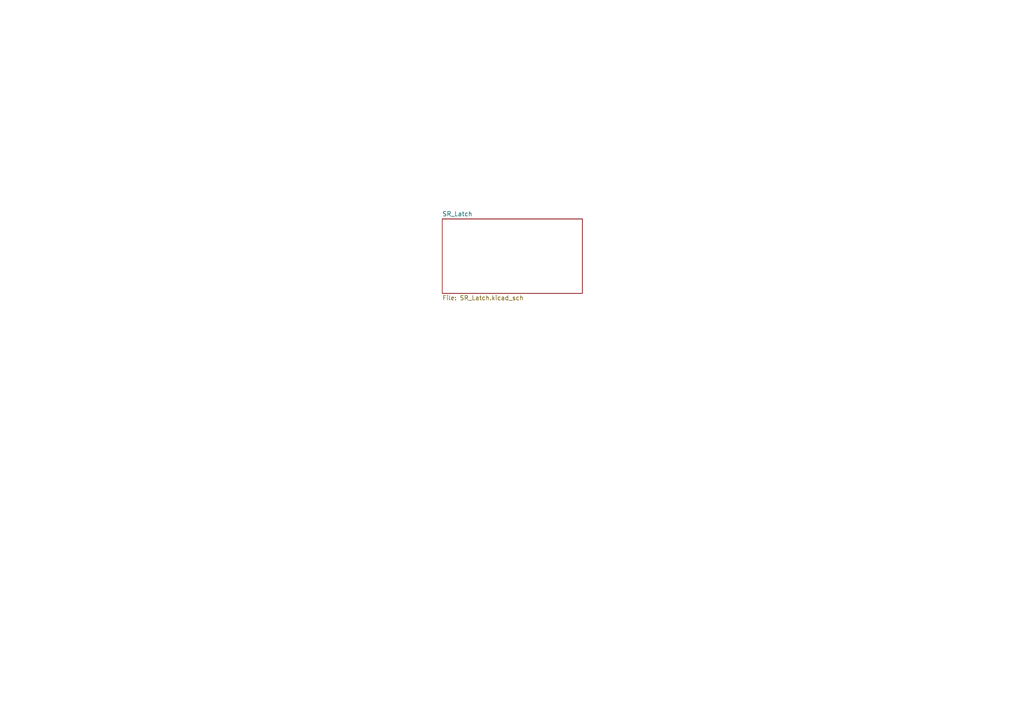
<source format=kicad_sch>
(kicad_sch (version 20230121) (generator eeschema)
  (paper "A4")
  (lib_symbols)
  (sheet (at 128.27 63.5) (size 40.64 21.59) (stroke (width 0.1524))
    (property "Sheetname" "SR_Latch" (at 128.27 62.7884 0) (effects (justify left bottom)))
    (property "Sheetfile" "SR_Latch.kicad_sch" (at 128.27 85.6746 0) (effects (justify left top)))
  )
)
</source>
